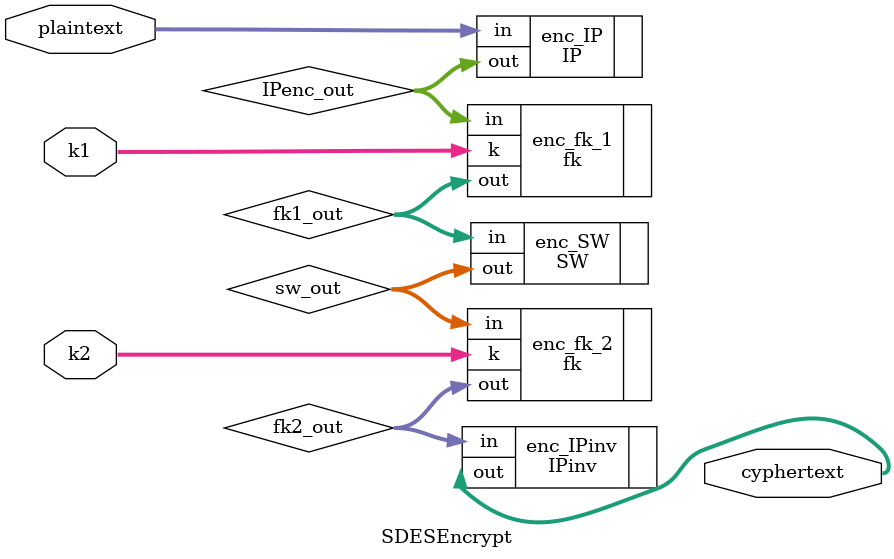
<source format=v>
module SDESEncrypt (plaintext, k1, k2, cyphertext);
input [0:7] plaintext;
input [0:7] k1;
input [0:7] k2;
output [0:7] cyphertext;

wire[0:7] IPenc_out;
wire[0:7] fk1_out;
wire[0:7] fk2_out;
wire[0:7] sw_out;

IP enc_IP(
.in(plaintext),
.out(IPenc_out)
);

fk enc_fk_1(
.in(IPenc_out),
.k(k1),
.out(fk1_out)
);

SW enc_SW(
.in(fk1_out),
.out(sw_out)
);

fk enc_fk_2(
.in(sw_out),
.k(k2),
.out(fk2_out)
);

IPinv enc_IPinv(
.in(fk2_out),
.out(cyphertext)
);

//assign cyphertext = ( plaintext + k1 + k2 ) % 26; // not correct, needs to be updated
endmodule

</source>
